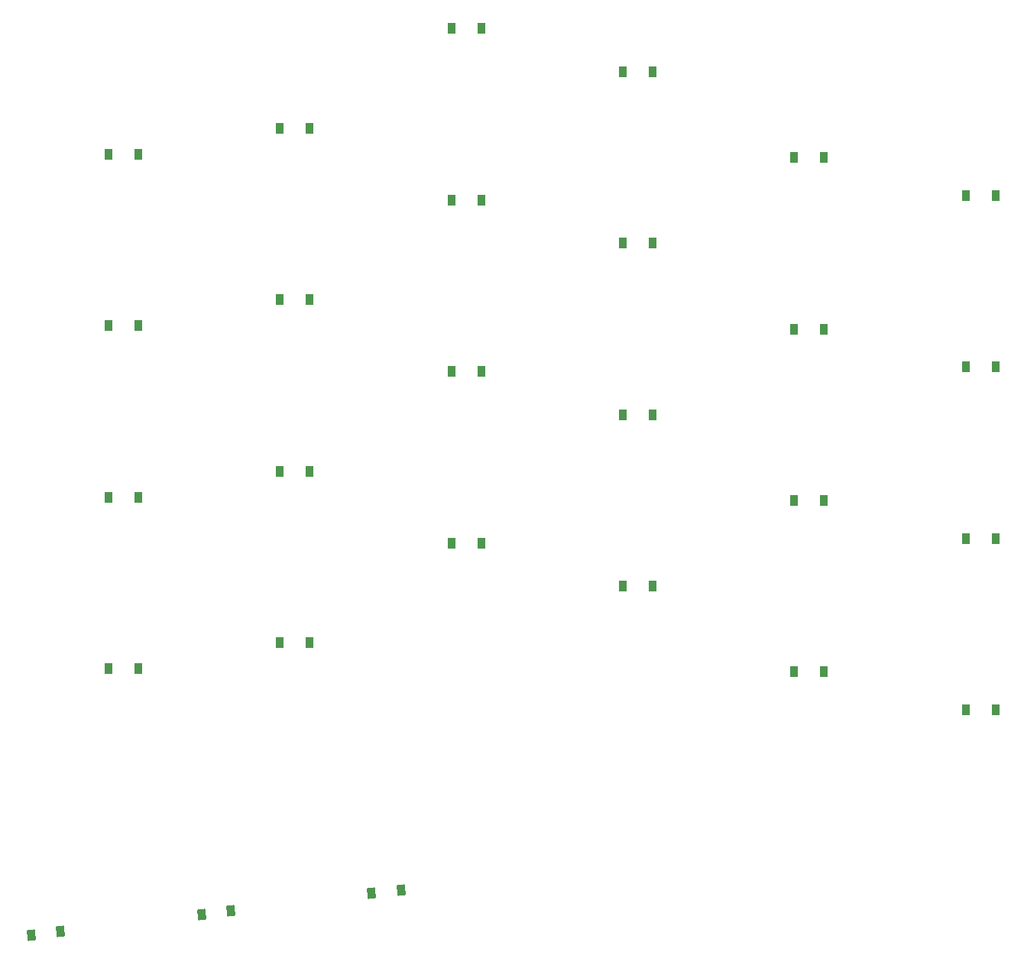
<source format=gbr>
%TF.GenerationSoftware,KiCad,Pcbnew,9.0.1*%
%TF.CreationDate,2025-06-02T17:15:55+02:00*%
%TF.ProjectId,pleiades_r,706c6569-6164-4657-935f-722e6b696361,v1.0.0*%
%TF.SameCoordinates,Original*%
%TF.FileFunction,Paste,Bot*%
%TF.FilePolarity,Positive*%
%FSLAX46Y46*%
G04 Gerber Fmt 4.6, Leading zero omitted, Abs format (unit mm)*
G04 Created by KiCad (PCBNEW 9.0.1) date 2025-06-02 17:15:55*
%MOMM*%
%LPD*%
G01*
G04 APERTURE LIST*
G04 Aperture macros list*
%AMRotRect*
0 Rectangle, with rotation*
0 The origin of the aperture is its center*
0 $1 length*
0 $2 width*
0 $3 Rotation angle, in degrees counterclockwise*
0 Add horizontal line*
21,1,$1,$2,0,0,$3*%
G04 Aperture macros list end*
%ADD10R,0.900000X1.200000*%
%ADD11RotRect,0.900000X1.200000X7.000000*%
G04 APERTURE END LIST*
D10*
%TO.C,D1*%
X323933508Y-7557500D03*
X320633508Y-7557500D03*
%TD*%
%TO.C,D2*%
X323933508Y11442500D03*
X320633508Y11442500D03*
%TD*%
%TO.C,D3*%
X323933508Y30442500D03*
X320633508Y30442500D03*
%TD*%
%TO.C,D4*%
X323933508Y49442500D03*
X320633508Y49442500D03*
%TD*%
%TO.C,D5*%
X304933508Y-3366500D03*
X301633508Y-3366500D03*
%TD*%
%TO.C,D6*%
X304933508Y15633500D03*
X301633508Y15633500D03*
%TD*%
%TO.C,D7*%
X304933508Y34633500D03*
X301633508Y34633500D03*
%TD*%
%TO.C,D8*%
X304933508Y53633500D03*
X301633508Y53633500D03*
%TD*%
%TO.C,D9*%
X285933508Y6158500D03*
X282633508Y6158500D03*
%TD*%
%TO.C,D10*%
X285933508Y25158500D03*
X282633508Y25158500D03*
%TD*%
%TO.C,D11*%
X285933508Y44158500D03*
X282633508Y44158500D03*
%TD*%
%TO.C,D12*%
X285933508Y63158500D03*
X282633508Y63158500D03*
%TD*%
%TO.C,D14*%
X266933508Y29921000D03*
X263633508Y29921000D03*
%TD*%
%TO.C,D15*%
X266933508Y48921000D03*
X263633508Y48921000D03*
%TD*%
%TO.C,D17*%
X247933508Y-128000D03*
X244633508Y-128000D03*
%TD*%
%TO.C,D18*%
X247933508Y18872000D03*
X244633508Y18872000D03*
%TD*%
%TO.C,D19*%
X247933508Y37872000D03*
X244633508Y37872000D03*
%TD*%
%TO.C,D20*%
X247933508Y56872000D03*
X244633508Y56872000D03*
%TD*%
%TO.C,D21*%
X228933508Y-2985500D03*
X225633508Y-2985500D03*
%TD*%
%TO.C,D22*%
X228933508Y16014500D03*
X225633508Y16014500D03*
%TD*%
%TO.C,D23*%
X228933508Y35014500D03*
X225633508Y35014500D03*
%TD*%
D11*
%TO.C,D25*%
X258068994Y-27514383D03*
X254793592Y-27916551D03*
%TD*%
%TO.C,D26*%
X239210618Y-29829900D03*
X235935216Y-30232068D03*
%TD*%
%TO.C,D27*%
X220352241Y-32145418D03*
X217076839Y-32547586D03*
%TD*%
D10*
%TO.C,D16*%
X266933508Y67921000D03*
X263633508Y67921000D03*
%TD*%
%TO.C,D24*%
X228933508Y54014500D03*
X225633508Y54014500D03*
%TD*%
%TO.C,D13*%
X266933508Y10921000D03*
X263633508Y10921000D03*
%TD*%
M02*

</source>
